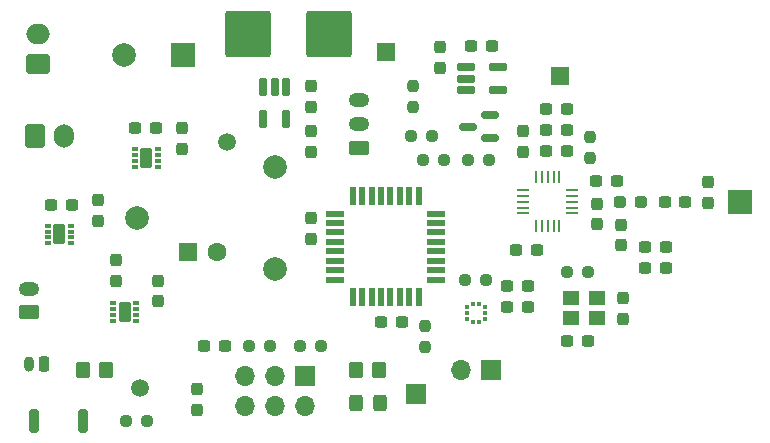
<source format=gbr>
%TF.GenerationSoftware,KiCad,Pcbnew,8.0.7*%
%TF.CreationDate,2025-06-14T22:59:42+12:00*%
%TF.ProjectId,heli_avionics,68656c69-5f61-4766-996f-6e6963732e6b,rev?*%
%TF.SameCoordinates,Original*%
%TF.FileFunction,Soldermask,Top*%
%TF.FilePolarity,Negative*%
%FSLAX46Y46*%
G04 Gerber Fmt 4.6, Leading zero omitted, Abs format (unit mm)*
G04 Created by KiCad (PCBNEW 8.0.7) date 2025-06-14 22:59:42*
%MOMM*%
%LPD*%
G01*
G04 APERTURE LIST*
G04 Aperture macros list*
%AMRoundRect*
0 Rectangle with rounded corners*
0 $1 Rounding radius*
0 $2 $3 $4 $5 $6 $7 $8 $9 X,Y pos of 4 corners*
0 Add a 4 corners polygon primitive as box body*
4,1,4,$2,$3,$4,$5,$6,$7,$8,$9,$2,$3,0*
0 Add four circle primitives for the rounded corners*
1,1,$1+$1,$2,$3*
1,1,$1+$1,$4,$5*
1,1,$1+$1,$6,$7*
1,1,$1+$1,$8,$9*
0 Add four rect primitives between the rounded corners*
20,1,$1+$1,$2,$3,$4,$5,0*
20,1,$1+$1,$4,$5,$6,$7,0*
20,1,$1+$1,$6,$7,$8,$9,0*
20,1,$1+$1,$8,$9,$2,$3,0*%
G04 Aperture macros list end*
%ADD10RoundRect,0.237500X0.237500X-0.300000X0.237500X0.300000X-0.237500X0.300000X-0.237500X-0.300000X0*%
%ADD11RoundRect,0.162500X-0.162500X0.617500X-0.162500X-0.617500X0.162500X-0.617500X0.162500X0.617500X0*%
%ADD12RoundRect,0.237500X-0.300000X-0.237500X0.300000X-0.237500X0.300000X0.237500X-0.300000X0.237500X0*%
%ADD13RoundRect,0.237500X0.300000X0.237500X-0.300000X0.237500X-0.300000X-0.237500X0.300000X-0.237500X0*%
%ADD14RoundRect,0.237500X-0.237500X0.287500X-0.237500X-0.287500X0.237500X-0.287500X0.237500X0.287500X0*%
%ADD15RoundRect,0.250000X0.625000X-0.350000X0.625000X0.350000X-0.625000X0.350000X-0.625000X-0.350000X0*%
%ADD16O,1.750000X1.200000*%
%ADD17RoundRect,0.250002X-1.699998X-1.699998X1.699998X-1.699998X1.699998X1.699998X-1.699998X1.699998X0*%
%ADD18RoundRect,0.250000X-0.350000X-0.450000X0.350000X-0.450000X0.350000X0.450000X-0.350000X0.450000X0*%
%ADD19R,1.700000X1.700000*%
%ADD20O,1.700000X1.700000*%
%ADD21RoundRect,0.025400X-0.150000X-0.162500X0.150000X-0.162500X0.150000X0.162500X-0.150000X0.162500X0*%
%ADD22RoundRect,0.025400X-0.162500X-0.150000X0.162500X-0.150000X0.162500X0.150000X-0.162500X0.150000X0*%
%ADD23RoundRect,0.237500X-0.237500X0.300000X-0.237500X-0.300000X0.237500X-0.300000X0.237500X0.300000X0*%
%ADD24RoundRect,0.250000X-0.600000X-0.750000X0.600000X-0.750000X0.600000X0.750000X-0.600000X0.750000X0*%
%ADD25O,1.700000X2.000000*%
%ADD26RoundRect,0.237500X-0.237500X0.250000X-0.237500X-0.250000X0.237500X-0.250000X0.237500X0.250000X0*%
%ADD27C,1.500000*%
%ADD28RoundRect,0.062500X-0.475000X-0.062500X0.475000X-0.062500X0.475000X0.062500X-0.475000X0.062500X0*%
%ADD29RoundRect,0.062500X-0.062500X-0.475000X0.062500X-0.475000X0.062500X0.475000X-0.062500X0.475000X0*%
%ADD30RoundRect,0.237500X-0.250000X-0.237500X0.250000X-0.237500X0.250000X0.237500X-0.250000X0.237500X0*%
%ADD31RoundRect,0.225000X0.225000X0.425000X-0.225000X0.425000X-0.225000X-0.425000X0.225000X-0.425000X0*%
%ADD32O,0.900000X1.300000*%
%ADD33RoundRect,0.250000X0.750000X-0.600000X0.750000X0.600000X-0.750000X0.600000X-0.750000X-0.600000X0*%
%ADD34O,2.000000X1.700000*%
%ADD35R,1.500000X1.500000*%
%ADD36C,2.000000*%
%ADD37RoundRect,0.237500X0.250000X0.237500X-0.250000X0.237500X-0.250000X-0.237500X0.250000X-0.237500X0*%
%ADD38RoundRect,0.250001X-0.799999X-0.799999X0.799999X-0.799999X0.799999X0.799999X-0.799999X0.799999X0*%
%ADD39RoundRect,0.162500X-0.617500X-0.162500X0.617500X-0.162500X0.617500X0.162500X-0.617500X0.162500X0*%
%ADD40RoundRect,0.200000X-0.200000X-0.800000X0.200000X-0.800000X0.200000X0.800000X-0.200000X0.800000X0*%
%ADD41R,1.400000X1.200000*%
%ADD42R,1.600000X1.600000*%
%ADD43C,1.600000*%
%ADD44R,1.600000X0.550000*%
%ADD45R,0.550000X1.600000*%
%ADD46RoundRect,0.150000X0.587500X0.150000X-0.587500X0.150000X-0.587500X-0.150000X0.587500X-0.150000X0*%
%ADD47RoundRect,0.075200X-0.200200X-0.075200X0.200200X-0.075200X0.200200X0.075200X-0.200200X0.075200X0*%
%ADD48RoundRect,0.025400X-0.450000X-0.800000X0.450000X-0.800000X0.450000X0.800000X-0.450000X0.800000X0*%
%ADD49RoundRect,0.250000X0.325000X0.450000X-0.325000X0.450000X-0.325000X-0.450000X0.325000X-0.450000X0*%
%ADD50R,2.000000X2.000000*%
%ADD51RoundRect,0.237500X-0.287500X-0.237500X0.287500X-0.237500X0.287500X0.237500X-0.287500X0.237500X0*%
G04 APERTURE END LIST*
D10*
%TO.C,C30*%
X137668000Y-106780500D03*
X137668000Y-105055500D03*
%TD*%
D11*
%TO.C,U6*%
X124648000Y-108378000D03*
X123698000Y-108378000D03*
X122748000Y-108378000D03*
X122748000Y-111078000D03*
X124648000Y-111078000D03*
%TD*%
D12*
%TO.C,C12*%
X155093500Y-123698000D03*
X156818500Y-123698000D03*
%TD*%
D13*
%TO.C,C4*%
X145882500Y-122174000D03*
X144157500Y-122174000D03*
%TD*%
D14*
%TO.C,L1*%
X153045500Y-120059500D03*
X153045500Y-121809500D03*
%TD*%
D15*
%TO.C,J5*%
X130810000Y-113538000D03*
D16*
X130810000Y-111538000D03*
X130810000Y-109538000D03*
%TD*%
D17*
%TO.C,J6*%
X121412000Y-103886000D03*
%TD*%
D18*
%TO.C,R9*%
X130572000Y-132334000D03*
X132572000Y-132334000D03*
%TD*%
D19*
%TO.C,J9*%
X141986000Y-132334000D03*
D20*
X139446000Y-132334000D03*
%TD*%
D12*
%TO.C,C20*%
X143409500Y-127000000D03*
X145134500Y-127000000D03*
%TD*%
D21*
%TO.C,U5*%
X140966000Y-126745500D03*
X140466000Y-126745500D03*
D22*
X139953500Y-127008000D03*
X139953500Y-127508000D03*
X139953500Y-128008000D03*
D21*
X140466000Y-128270500D03*
X140966000Y-128270500D03*
D22*
X141478500Y-128008000D03*
X141478500Y-127508000D03*
X141478500Y-127008000D03*
%TD*%
D23*
%TO.C,C2*%
X126746000Y-119533500D03*
X126746000Y-121258500D03*
%TD*%
D12*
%TO.C,C5*%
X150943500Y-116362500D03*
X152668500Y-116362500D03*
%TD*%
D10*
%TO.C,C16*%
X110236000Y-124814500D03*
X110236000Y-123089500D03*
%TD*%
D24*
%TO.C,J4*%
X103398000Y-112522000D03*
D25*
X105898000Y-112522000D03*
%TD*%
D26*
%TO.C,R3*%
X150368000Y-112625500D03*
X150368000Y-114450500D03*
%TD*%
D12*
%TO.C,C9*%
X148489500Y-129947500D03*
X150214500Y-129947500D03*
%TD*%
%TO.C,C26*%
X104801500Y-118364000D03*
X106526500Y-118364000D03*
%TD*%
D27*
%TO.C,TP2*%
X119634000Y-113030000D03*
%TD*%
D28*
%TO.C,U2*%
X144749500Y-117110000D03*
X144749500Y-117610000D03*
X144749500Y-118110000D03*
X144749500Y-118610000D03*
X144749500Y-119110000D03*
D29*
X145812000Y-120172500D03*
X146312000Y-120172500D03*
X146812000Y-120172500D03*
X147312000Y-120172500D03*
X147812000Y-120172500D03*
D28*
X148874500Y-119110000D03*
X148874500Y-118610000D03*
X148874500Y-118110000D03*
X148874500Y-117610000D03*
X148874500Y-117110000D03*
D29*
X147812000Y-116047500D03*
X147312000Y-116047500D03*
X146812000Y-116047500D03*
X146312000Y-116047500D03*
X145812000Y-116047500D03*
%TD*%
D12*
%TO.C,C10*%
X155093500Y-121920000D03*
X156818500Y-121920000D03*
%TD*%
D30*
%TO.C,R7*%
X136247500Y-114554000D03*
X138072500Y-114554000D03*
%TD*%
D31*
%TO.C,J7*%
X104140000Y-131826000D03*
D32*
X102890000Y-131826000D03*
%TD*%
D13*
%TO.C,C3*%
X119480500Y-130302000D03*
X117755500Y-130302000D03*
%TD*%
D23*
%TO.C,C28*%
X117094000Y-134011500D03*
X117094000Y-135736500D03*
%TD*%
D10*
%TO.C,C7*%
X144718000Y-113892500D03*
X144718000Y-112167500D03*
%TD*%
D27*
%TO.C,TP4*%
X112268000Y-133858000D03*
%TD*%
D23*
%TO.C,C11*%
X153162000Y-126291000D03*
X153162000Y-128016000D03*
%TD*%
D33*
%TO.C,J3*%
X103632000Y-106426000D03*
D34*
X103632000Y-103926000D03*
%TD*%
D12*
%TO.C,C13*%
X156755000Y-118140500D03*
X158480000Y-118140500D03*
%TD*%
D15*
%TO.C,J2*%
X102870000Y-127476000D03*
D16*
X102870000Y-125476000D03*
%TD*%
D12*
%TO.C,C8*%
X146711500Y-112044500D03*
X148436500Y-112044500D03*
%TD*%
D35*
%TO.C,TP3*%
X147828000Y-107442000D03*
%TD*%
D13*
%TO.C,C31*%
X142086500Y-104902000D03*
X140361500Y-104902000D03*
%TD*%
D10*
%TO.C,C25*%
X108712000Y-119734500D03*
X108712000Y-118009500D03*
%TD*%
D36*
%TO.C,H1*%
X112000000Y-119500000D03*
%TD*%
D10*
%TO.C,C17*%
X115824000Y-113638500D03*
X115824000Y-111913500D03*
%TD*%
D14*
%TO.C,L2*%
X151013500Y-118281500D03*
X151013500Y-120031500D03*
%TD*%
D37*
%TO.C,R4*%
X150264500Y-124105500D03*
X148439500Y-124105500D03*
%TD*%
D38*
%TO.C,AE1*%
X163068000Y-118110000D03*
%TD*%
D17*
%TO.C,J8*%
X128270000Y-103886000D03*
%TD*%
D19*
%TO.C,J10*%
X135636000Y-134366000D03*
%TD*%
D39*
%TO.C,U7*%
X139874000Y-106746000D03*
X139874000Y-107696000D03*
X139874000Y-108646000D03*
X142574000Y-108646000D03*
X142574000Y-106746000D03*
%TD*%
D12*
%TO.C,C6*%
X146711500Y-113822500D03*
X148436500Y-113822500D03*
%TD*%
D30*
%TO.C,R13*%
X139803500Y-124714000D03*
X141628500Y-124714000D03*
%TD*%
D26*
%TO.C,R12*%
X136398000Y-128627500D03*
X136398000Y-130452500D03*
%TD*%
D12*
%TO.C,C1*%
X132741500Y-128270000D03*
X134466500Y-128270000D03*
%TD*%
D40*
%TO.C,SW1*%
X103310000Y-136652000D03*
X107510000Y-136652000D03*
%TD*%
D30*
%TO.C,R6*%
X135231500Y-112522000D03*
X137056500Y-112522000D03*
%TD*%
D26*
%TO.C,R5*%
X135382000Y-108307500D03*
X135382000Y-110132500D03*
%TD*%
D35*
%TO.C,TP1*%
X133096000Y-105410000D03*
%TD*%
D41*
%TO.C,Y1*%
X150960000Y-126303500D03*
X148760000Y-126303500D03*
X148760000Y-128003500D03*
X150960000Y-128003500D03*
%TD*%
D23*
%TO.C,C22*%
X126746000Y-112167500D03*
X126746000Y-113892500D03*
%TD*%
D42*
%TO.C,C23*%
X116332000Y-122377750D03*
D43*
X118832000Y-122377750D03*
%TD*%
D44*
%TO.C,U1*%
X137346000Y-124720000D03*
X137346000Y-123920000D03*
X137346000Y-123120000D03*
X137346000Y-122320000D03*
X137346000Y-121520000D03*
X137346000Y-120720000D03*
X137346000Y-119920000D03*
X137346000Y-119120000D03*
D45*
X135896000Y-117670000D03*
X135096000Y-117670000D03*
X134296000Y-117670000D03*
X133496000Y-117670000D03*
X132696000Y-117670000D03*
X131896000Y-117670000D03*
X131096000Y-117670000D03*
X130296000Y-117670000D03*
D44*
X128846000Y-119120000D03*
X128846000Y-119920000D03*
X128846000Y-120720000D03*
X128846000Y-121520000D03*
X128846000Y-122320000D03*
X128846000Y-123120000D03*
X128846000Y-123920000D03*
X128846000Y-124720000D03*
D45*
X130296000Y-126170000D03*
X131096000Y-126170000D03*
X131896000Y-126170000D03*
X132696000Y-126170000D03*
X133496000Y-126170000D03*
X134296000Y-126170000D03*
X135096000Y-126170000D03*
X135896000Y-126170000D03*
%TD*%
D30*
%TO.C,R11*%
X125833500Y-130302000D03*
X127658500Y-130302000D03*
%TD*%
D46*
%TO.C,Q1*%
X141907500Y-112710000D03*
X141907500Y-110810000D03*
X140032500Y-111760000D03*
%TD*%
D37*
%TO.C,R8*%
X141882500Y-114554000D03*
X140057500Y-114554000D03*
%TD*%
D12*
%TO.C,C27*%
X146711500Y-110266500D03*
X148436500Y-110266500D03*
%TD*%
D47*
%TO.C,U4*%
X111892000Y-113658000D03*
X111892000Y-114158000D03*
X111892000Y-114658000D03*
X111892000Y-115158000D03*
X113792000Y-115158000D03*
X113792000Y-114658000D03*
X113792000Y-114158000D03*
X113792000Y-113658000D03*
D48*
X112842000Y-114408000D03*
%TD*%
D10*
%TO.C,C15*%
X113792000Y-126542250D03*
X113792000Y-124817250D03*
%TD*%
D36*
%TO.C,H2*%
X123700000Y-115200000D03*
%TD*%
D47*
%TO.C,U8*%
X104526000Y-120142000D03*
X104526000Y-120642000D03*
X104526000Y-121142000D03*
X104526000Y-121642000D03*
X106426000Y-121642000D03*
X106426000Y-121142000D03*
X106426000Y-120642000D03*
X106426000Y-120142000D03*
D48*
X105476000Y-120892000D03*
%TD*%
D30*
%TO.C,R1*%
X121515500Y-130302000D03*
X123340500Y-130302000D03*
%TD*%
%TO.C,R2*%
X111101500Y-136652000D03*
X112926500Y-136652000D03*
%TD*%
D12*
%TO.C,C18*%
X111913500Y-111900000D03*
X113638500Y-111900000D03*
%TD*%
D47*
%TO.C,U3*%
X110048000Y-126707750D03*
X110048000Y-127207750D03*
X110048000Y-127707750D03*
X110048000Y-128207750D03*
X111948000Y-128207750D03*
X111948000Y-127707750D03*
X111948000Y-127207750D03*
X111948000Y-126707750D03*
D48*
X110998000Y-127457750D03*
%TD*%
D12*
%TO.C,C19*%
X143409500Y-125222000D03*
X145134500Y-125222000D03*
%TD*%
D49*
%TO.C,D2*%
X132597000Y-135128000D03*
X130547000Y-135128000D03*
%TD*%
D50*
%TO.C,C24*%
X115905677Y-105664000D03*
D36*
X110905677Y-105664000D03*
%TD*%
D19*
%TO.C,J1*%
X126223000Y-132837000D03*
D20*
X126223000Y-135377000D03*
X123683000Y-132837000D03*
X123683000Y-135377000D03*
X121143000Y-132837000D03*
X121143000Y-135377000D03*
%TD*%
D36*
%TO.C,H3*%
X123700000Y-123800000D03*
%TD*%
D18*
%TO.C,R10*%
X107458000Y-132334000D03*
X109458000Y-132334000D03*
%TD*%
D23*
%TO.C,C21*%
X126746000Y-108357500D03*
X126746000Y-110082500D03*
%TD*%
D10*
%TO.C,C14*%
X160411500Y-118210500D03*
X160411500Y-116485500D03*
%TD*%
D51*
%TO.C,L3*%
X152932500Y-118140500D03*
X154682500Y-118140500D03*
%TD*%
M02*

</source>
